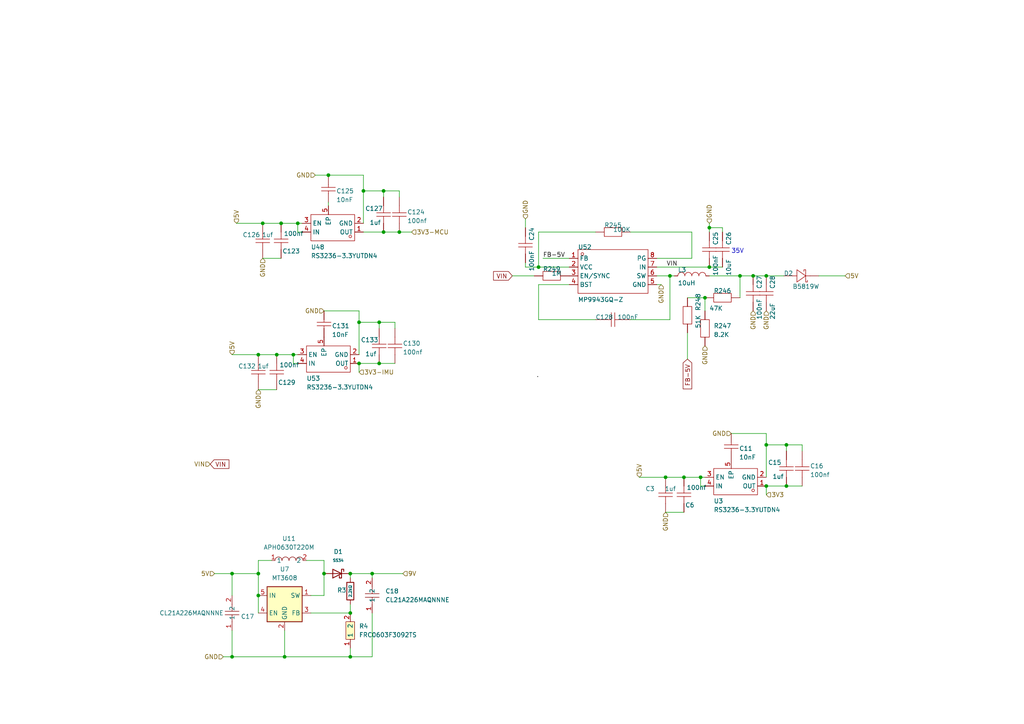
<source format=kicad_sch>
(kicad_sch (version 20250114) (generator "eeschema") (generator_version "9.0")
  (paper "A4")
  (lib_symbols
    (symbol "3_P3-altium-import:root_0_FTC303020D100MBCA_" (pin_numbers (hide yes)) (pin_names (hide yes))
      (symbol "root_0_FTC303020D100MBCA__1_0"
        (arc (start -4.064 0.0051) (mid -3.0429 1.016) (end -2.032 -0.0051) (stroke (width 0) (color 160 0 0 1)))
        (arc (start -2.032 0.0051) (mid -1.0109 1.016) (end 0 -0.0051) (stroke (width 0) (color 160 0 0 1)))
        (arc (start 0 0.0051) (mid 1.0211 1.016) (end 2.032 -0.0051) (stroke (width 0) (color 160 0 0 1)))
        (arc (start 2.032 0.0051) (mid 3.0531 1.016) (end 4.064 -0.0051) (stroke (width 0) (color 160 0 0 1)))
        (pin passive line (at -5.08 0 0) (length 1.016) (name "1") (number "1"))
        (pin passive line (at 5.08 0 180) (length 1.016) (name "2") (number "2"))
      )
    )
    (symbol "3_P3-altium-import:root_0_MP9943GQ-Z_"
      (symbol "root_0_MP9943GQ-Z__1_0"
        (rectangle (start -10.16 6.35) (end 10.16 -6.35) (stroke (width 0) (color 160 0 0 1)))
        (circle (center -8.89 5.08) (radius 0.381) (stroke (width 0) (color 160 0 0 1)))
        (pin passive line (at -12.7 3.81 0) (length 2.54) (name "FB") (number "1"))
        (pin passive line (at -12.7 1.27 0) (length 2.54) (name "VCC") (number "2"))
        (pin passive line (at -12.7 -1.27 0) (length 2.54) (name "EN/SYNC") (number "3"))
        (pin passive line (at -12.7 -3.81 0) (length 2.54) (name "BST") (number "4"))
        (pin passive line (at 12.7 3.81 180) (length 2.54) (name "PG") (number "8"))
        (pin passive line (at 12.7 1.27 180) (length 2.54) (name "IN") (number "7"))
        (pin passive line (at 12.7 -1.27 180) (length 2.54) (name "SW") (number "6"))
        (pin passive line (at 12.7 -3.81 180) (length 2.54) (name "GND") (number "5"))
      )
    )
    (symbol "3_P3-altium-import:root_0_R0402_" (pin_numbers (hide yes)) (pin_names (hide yes))
      (symbol "root_0_R0402__1_0"
        (rectangle (start -2.54 1.27) (end 2.54 -1.27) (stroke (width 0) (color 160 0 0 1)))
        (pin passive line (at -5.08 0 0) (length 2.54) (name "1") (number "1"))
        (pin passive line (at 5.08 0 180) (length 2.54) (name "2") (number "2"))
      )
    )
    (symbol "3_P3-altium-import:root_1_100nf_" (pin_numbers (hide yes)) (pin_names (hide yes))
      (symbol "root_1_100nf__1_0"
        (polyline (pts (xy -2.032 0.508) (xy 2.032 0.508)) (stroke (width 0) (color 160 0 0 1)))
        (polyline (pts (xy 0 2.54) (xy 0 0.508)) (stroke (width 0) (color 160 0 0 1)))
        (polyline (pts (xy 0 -0.508) (xy 0 -2.54)) (stroke (width 0) (color 160 0 0 1)))
        (polyline (pts (xy 2.032 -0.508) (xy -2.032 -0.508)) (stroke (width 0) (color 160 0 0 1)))
        (pin passive line (at 0 5.08 270) (length 2.54) (name "2") (number "2"))
        (pin passive line (at 0 -5.08 90) (length 2.54) (name "1") (number "1"))
      )
    )
    (symbol "3_P3-altium-import:root_1_1uf_" (pin_numbers (hide yes)) (pin_names (hide yes))
      (symbol "root_1_1uf__1_0"
        (polyline (pts (xy -2.032 0.508) (xy 2.032 0.508)) (stroke (width 0) (color 160 0 0 1)))
        (polyline (pts (xy 0 2.54) (xy 0 0.508)) (stroke (width 0) (color 160 0 0 1)))
        (polyline (pts (xy 0 -0.508) (xy 0 -2.54)) (stroke (width 0) (color 160 0 0 1)))
        (polyline (pts (xy 2.032 -0.508) (xy -2.032 -0.508)) (stroke (width 0) (color 160 0 0 1)))
        (pin passive line (at 0 5.08 270) (length 2.54) (name "2") (number "2"))
        (pin passive line (at 0 -5.08 90) (length 2.54) (name "1") (number "1"))
      )
    )
    (symbol "3_P3-altium-import:root_1_C0402_1_" (pin_numbers (hide yes)) (pin_names (hide yes))
      (symbol "root_1_C0402_1__1_0"
        (polyline (pts (xy -2.032 0.508) (xy 2.032 0.508)) (stroke (width 0) (color 160 0 0 1)))
        (polyline (pts (xy 0 2.54) (xy 0 0.508)) (stroke (width 0) (color 160 0 0 1)))
        (polyline (pts (xy 0 -0.508) (xy 0 -2.54)) (stroke (width 0) (color 160 0 0 1)))
        (polyline (pts (xy 2.032 -0.508) (xy -2.032 -0.508)) (stroke (width 0) (color 160 0 0 1)))
        (pin passive line (at 0 5.08 270) (length 2.54) (name "2") (number "2"))
        (pin passive line (at 0 -5.08 90) (length 2.54) (name "1") (number "1"))
      )
    )
    (symbol "3_P3-altium-import:root_1_R0402_" (pin_numbers (hide yes)) (pin_names (hide yes))
      (symbol "root_1_R0402__1_0"
        (rectangle (start -1.27 2.54) (end 1.27 -2.54) (stroke (width 0) (color 160 0 0 1)))
        (pin passive line (at 0 5.08 270) (length 2.54) (name "2") (number "2"))
        (pin passive line (at 0 -5.08 90) (length 2.54) (name "1") (number "1"))
      )
    )
    (symbol "3_P3-altium-import:root_2_1N5819W_C963381_" (pin_numbers (hide yes)) (pin_names (hide yes))
      (symbol "root_2_1N5819W_C963381__1_0"
        (polyline (pts (xy -2.54 0) (xy -1.27 0)) (stroke (width 0) (color 160 0 0 1)))
        (polyline (pts (xy -1.27 -1.778) (xy 1.27 0) (xy 1.27 0) (xy 1.27 0) (xy 1.27 0) (xy -1.27 1.778) (xy -1.27 1.778) (xy -1.27 1.778) (xy -1.27 1.778) (xy -1.27 -1.778)) (stroke (width 0) (color 160 0 0 1)))
        (polyline (pts (xy 1.27 0) (xy 2.54 0)) (stroke (width 0) (color 160 0 0 1)))
        (polyline (pts (xy 1.778 -1.27) (xy 1.778 -1.778) (xy 1.778 -1.778) (xy 1.778 -1.778) (xy 1.778 -1.778) (xy 1.27 -1.778) (xy 1.27 -1.778) (xy 1.27 -1.778) (xy 1.27 -1.778) (xy 1.27 1.778) (xy 1.27 1.778) (xy 1.27 1.778) (xy 1.27 1.778) (xy 0.762 1.778) (xy 0.762 1.778) (xy 0.762 1.778) (xy 0.762 1.778) (xy 0.762 1.27)) (stroke (width 0) (color 160 0 0 1)))
        (pin passive line (at -5.08 0 0) (length 2.54) (name "A") (number "1"))
        (pin passive line (at 5.08 0 180) (length 2.54) (name "C") (number "2"))
      )
    )
    (symbol "3_P3-altium-import:root_2_C0402_1_" (pin_numbers (hide yes)) (pin_names (hide yes))
      (symbol "root_2_C0402_1__1_0"
        (polyline (pts (xy -2.54 0) (xy -0.508 0)) (stroke (width 0) (color 160 0 0 1)))
        (polyline (pts (xy -0.508 -2.032) (xy -0.508 2.032)) (stroke (width 0) (color 160 0 0 1)))
        (polyline (pts (xy 0.508 2.032) (xy 0.508 -2.032)) (stroke (width 0) (color 160 0 0 1)))
        (polyline (pts (xy 0.508 0) (xy 2.54 0)) (stroke (width 0) (color 160 0 0 1)))
        (pin passive line (at -5.08 0 0) (length 2.54) (name "2") (number "2"))
        (pin passive line (at 5.08 0 180) (length 2.54) (name "1") (number "1"))
      )
    )
    (symbol "3_P3-altium-import:root_2_R0402_" (pin_numbers (hide yes)) (pin_names (hide yes))
      (symbol "root_2_R0402__1_0"
        (rectangle (start -2.54 1.27) (end 2.54 -1.27) (stroke (width 0) (color 160 0 0 1)))
        (pin passive line (at -5.08 0 0) (length 2.54) (name "2") (number "2"))
        (pin passive line (at 5.08 0 180) (length 2.54) (name "1") (number "1"))
      )
    )
    (symbol "3_P3-altium-import:root_2_RS3236-3.3YUTDN4_"
      (symbol "root_2_RS3236-3.3YUTDN4__1_0"
        (rectangle (start -5.08 2.54) (end 7.62 -5.08) (stroke (width 0) (color 160 0 0 1)))
        (circle (center 6.35 -3.81) (radius 0.381) (stroke (width 0) (color 160 0 0 1)))
        (pin passive line (at -7.62 0 0) (length 2.54) (name "EN") (number "3"))
        (pin passive line (at -7.62 -2.54 0) (length 2.54) (name "IN") (number "4"))
        (pin passive line (at 0 5.08 270) (length 2.54) (name "EP") (number "5"))
        (pin passive line (at 10.16 0 180) (length 2.54) (name "GND") (number "2"))
        (pin passive line (at 10.16 -2.54 180) (length 2.54) (name "OUT") (number "1"))
      )
    )
    (symbol "3_P3-altium-import:root_3_1uf_" (pin_numbers (hide yes)) (pin_names (hide yes))
      (symbol "root_3_1uf__1_0"
        (polyline (pts (xy -2.032 0.508) (xy 2.032 0.508)) (stroke (width 0) (color 160 0 0 1)))
        (polyline (pts (xy 0 0.508) (xy 0 2.54)) (stroke (width 0) (color 160 0 0 1)))
        (polyline (pts (xy 0 -2.54) (xy 0 -0.508)) (stroke (width 0) (color 160 0 0 1)))
        (polyline (pts (xy 2.032 -0.508) (xy -2.032 -0.508)) (stroke (width 0) (color 160 0 0 1)))
        (pin passive line (at 0 5.08 270) (length 2.54) (name "1") (number "1"))
        (pin passive line (at 0 -5.08 90) (length 2.54) (name "2") (number "2"))
      )
    )
    (symbol "3_P3-altium-import:root_3_GRM033R71A103KA01D_" (pin_numbers (hide yes)) (pin_names (hide yes))
      (symbol "root_3_GRM033R71A103KA01D__1_0"
        (polyline (pts (xy 0 1.27) (xy 0 0.508)) (stroke (width 0) (color 160 0 0 1)))
        (polyline (pts (xy 0 -0.508) (xy 0 -1.27)) (stroke (width 0) (color 160 0 0 1)))
        (polyline (pts (xy 2.032 0.508) (xy -2.032 0.508)) (stroke (width 0) (color 160 0 0 1)))
        (polyline (pts (xy 2.032 -0.508) (xy -2.032 -0.508)) (stroke (width 0) (color 160 0 0 1)))
        (pin passive line (at 0 3.81 270) (length 2.54) (name "1") (number "1"))
        (pin passive line (at 0 -3.81 90) (length 2.54) (name "2") (number "2"))
      )
    )
    (symbol "PCM_JLCPCB-Diodes:Schottky,SS34" (pin_numbers (hide yes)) (pin_names (offset 0))
      (property "Reference" "D" (at 2.032 0.834 0))
      (property "Value" "SS34" (at 2.032 -1.2122 0))
      (symbol "Schottky,SS34_0_1"
        (polyline (pts (xy -1.27 1.27) (xy 0 -1.27) (xy 1.27 1.27) (xy -1.27 1.27)) (stroke (width 0.254)))
        (polyline (pts (xy 0.635 -1.905) (xy 1.27 -1.905) (xy 1.27 -1.27) (xy -1.27 -1.27) (xy -1.27 -0.635) (xy -0.635 -0.635)) (stroke (width 0.254)))
      )
      (symbol "Schottky,SS34_1_1"
        (pin passive line (at 0 3.81 270) (length 3.81) (name "~") (number "2"))
        (pin passive line (at 0 -3.81 90) (length 3.81) (name "~") (number "1"))
      )
    )
    (symbol "PCM_JLCPCB-Resistors:0402,2.2kΩ" (pin_numbers (hide yes)) (pin_names (offset 0))
      (property "Reference" "R" (at 1.778 0 0))
      (property "Value" "2.2kΩ" (at 0 0 90))
      (symbol "0402,2.2kΩ_0_1"
        (rectangle (start -1.016 2.54) (end 1.016 -2.54) (stroke (width 0.254)))
      )
      (symbol "0402,2.2kΩ_1_1"
        (pin passive line (at 0 3.81 270) (length 1.27) (name "~") (number "1"))
        (pin passive line (at 0 -3.81 90) (length 1.27) (name "~") (number "2"))
      )
    )
    (symbol "Regulator_Switching:MT3608"
      (property "Reference" "U" (at -2.54 8.89 0))
      (property "Value" "MT3608" (at -3.81 6.35 0))
      (symbol "MT3608_0_1"
        (rectangle (start -5.08 5.08) (end 5.08 -5.08) (stroke (width 0.254)) (fill (type background)))
      )
      (symbol "MT3608_1_1"
        (pin power_in line (at -7.62 2.54 0) (length 2.54) (name "IN") (number "5"))
        (pin input line (at -7.62 -2.54 0) (length 2.54) (name "EN") (number "4"))
        (pin power_in line (at 0 -7.62 90) (length 2.54) (name "GND") (number "2"))
        (pin no_connect line (at 5.08 0 180) (length 2.54) (hide yes) (name "NC") (number "6"))
        (pin passive line (at 7.62 2.54 180) (length 2.54) (name "SW") (number "1"))
        (pin input line (at 7.62 -2.54 180) (length 2.54) (name "FB") (number "3"))
      )
    )
    (symbol "lcsc:APH0630T220M"
      (property "Reference" "U" (at 0 5.08 0))
      (property "Value" "APH0630T220M" (at 0 -5.08 0))
      (symbol "APH0630T220M_0_1"
        (arc (start -4.06 -0.01) (mid -2.83 0.99) (end -2.03 0.01))
        (arc (start -2.03 -0.01) (mid -0.8 0.99) (end 0 0.01))
        (arc (start 0 -0.01) (mid 1.23 0.99) (end 2.03 0.01))
        (arc (start 2.03 -0.01) (mid 3.26 0.99) (end 4.06 0.01))
        (pin unspecified line (at -5.08 0 0) (length 1.016) (name "1") (number "1"))
        (pin unspecified line (at 5.08 0 180) (length 1.016) (name "2") (number "2"))
      )
    )
    (symbol "lcsc:CL21A226MAQNNNE"
      (property "Reference" "C" (at 0 5.08 0))
      (property "Value" "CL21A226MAQNNNE" (at 0 -5.08 0))
      (symbol "CL21A226MAQNNNE_0_1"
        (polyline (pts (xy -0.51 0) (xy -2.54 0)))
        (polyline (pts (xy -0.51 -2.03) (xy -0.51 2.03)))
        (polyline (pts (xy 0.51 2.03) (xy 0.51 -2.03)))
        (polyline (pts (xy 2.54 0) (xy 0.51 0)))
        (pin unspecified line (at -5.08 0 0) (length 2.54) (name "1") (number "1"))
        (pin unspecified line (at 5.08 0 180) (length 2.54) (name "2") (number "2"))
      )
    )
    (symbol "lcsc:FRC0603F3092TS"
      (property "Reference" "R" (at 0 5.08 0))
      (property "Value" "FRC0603F3092TS" (at 0 -5.08 0))
      (symbol "FRC0603F3092TS_0_1"
        (rectangle (start -2.54 1.27) (end 2.54 -1.27) (fill (type background)))
        (pin unspecified line (at -5.08 0 0) (length 2.54) (name "1") (number "1"))
        (pin unspecified line (at 5.08 0 180) (length 2.54) (name "2") (number "2"))
      )
    )
  )
  (text "35V" (at 212.09 73.66 0) (effects (font (size 1.27 1.27)) (justify left bottom)))
  (junction (at 194.31 80.01))
  (junction (at 101.6 177.8))
  (junction (at 76.2 64.77))
  (junction (at 228.092 140.97))
  (junction (at 222.25 129.032))
  (junction (at 80.264 102.87))
  (junction (at 81.534 64.77))
  (junction (at 204.47 86.36))
  (junction (at 222.25 140.97))
  (junction (at 104.14 93.472))
  (junction (at 111.252 55.372))
  (junction (at 67.31 166.37))
  (junction (at 111.252 67.31))
  (junction (at 228.092 129.032))
  (junction (at 82.55 190.5))
  (junction (at 67.31 190.5))
  (junction (at 205.74 77.47))
  (junction (at 107.95 166.37))
  (junction (at 95.25 50.8))
  (junction (at 109.982 105.41))
  (junction (at 193.04 138.43))
  (junction (at 205.74 66.04))
  (junction (at 198.374 138.43))
  (junction (at 86.36 64.77))
  (junction (at 222.25 80.01))
  (junction (at 93.98 166.37))
  (junction (at 74.93 102.87))
  (junction (at 109.982 93.472))
  (junction (at 101.6 166.37))
  (junction (at 156.21 77.47))
  (junction (at 218.44 80.01))
  (junction (at 105.41 55.372))
  (junction (at 104.14 105.41))
  (junction (at 214.63 80.01))
  (junction (at 115.824 67.31))
  (junction (at 74.93 172.72))
  (junction (at 74.93 166.37))
  (junction (at 85.09 102.87))
  (junction (at 203.2 138.43))
  (junction (at 101.6 190.5))
  (wire (pts (xy 190.5 74.93) (xy 200.66 74.93)))
  (wire (pts (xy 204.47 86.36) (xy 204.47 90.17)))
  (wire (pts (xy 193.04 148.59) (xy 198.374 148.59)))
  (wire (pts (xy 204.47 86.36) (xy 199.39 86.36)))
  (wire (pts (xy 90.17 172.72) (xy 93.98 172.72)))
  (wire (pts (xy 107.95 167.64) (xy 107.95 166.37)))
  (wire (pts (xy 74.93 172.72) (xy 74.93 166.37)))
  (wire (pts (xy 104.14 107.95) (xy 104.14 105.41)))
  (wire (pts (xy 87.63 67.31) (xy 86.36 67.31)))
  (wire (pts (xy 152.4 76.2) (xy 152.4 77.47)))
  (wire (pts (xy 80.264 102.87) (xy 85.09 102.87)))
  (wire (pts (xy 109.982 93.472) (xy 104.14 93.472)))
  (wire (pts (xy 111.252 55.372) (xy 105.41 55.372)))
  (wire (pts (xy 76.2 64.77) (xy 81.534 64.77)))
  (wire (pts (xy 115.824 55.372) (xy 115.824 57.15)))
  (wire (pts (xy 152.4 66.04) (xy 152.4 63.5)))
  (wire (pts (xy 204.47 138.43) (xy 203.2 138.43)))
  (wire (pts (xy 198.374 138.43) (xy 203.2 138.43)))
  (wire (pts (xy 232.664 129.032) (xy 232.664 130.81)))
  (polyline (pts (xy 155.956 109.22) (xy 155.956 109.22)) (stroke (width 0.254) (type solid) (color 0 0 0 1)))
  (wire (pts (xy 104.14 93.472) (xy 104.14 90.17)))
  (wire (pts (xy 194.31 80.01) (xy 195.58 80.01)))
  (wire (pts (xy 157.48 74.93) (xy 165.1 74.93)))
  (wire (pts (xy 86.36 105.41) (xy 85.09 105.41)))
  (wire (pts (xy 95.25 58.674) (xy 95.25 59.69)))
  (wire (pts (xy 194.31 80.01) (xy 194.31 92.71)))
  (wire (pts (xy 74.93 102.87) (xy 67.31 102.87)))
  (wire (pts (xy 62.23 166.37) (xy 67.31 166.37)))
  (wire (pts (xy 67.31 172.72) (xy 67.31 166.37)))
  (wire (pts (xy 222.25 140.97) (xy 228.092 140.97)))
  (wire (pts (xy 86.36 102.87) (xy 85.09 102.87)))
  (wire (pts (xy 95.25 50.8) (xy 105.41 50.8)))
  (wire (pts (xy 95.25 50.8) (xy 95.25 51.054)))
  (wire (pts (xy 67.31 190.5) (xy 82.55 190.5)))
  (wire (pts (xy 105.41 50.8) (xy 105.41 55.372)))
  (wire (pts (xy 156.21 82.55) (xy 156.21 92.71)))
  (wire (pts (xy 85.09 105.41) (xy 85.09 102.87)))
  (wire (pts (xy 81.534 64.77) (xy 86.36 64.77)))
  (wire (pts (xy 214.63 80.01) (xy 214.63 86.36)))
  (wire (pts (xy 209.55 77.47) (xy 205.74 77.47)))
  (wire (pts (xy 107.95 166.37) (xy 116.84 166.37)))
  (wire (pts (xy 109.982 95.25) (xy 109.982 93.472)))
  (wire (pts (xy 67.31 182.88) (xy 67.31 190.5)))
  (wire (pts (xy 156.21 67.31) (xy 172.72 67.31)))
  (wire (pts (xy 218.44 80.01) (xy 222.25 80.01)))
  (wire (pts (xy 101.6 167.64) (xy 101.6 166.37)))
  (wire (pts (xy 114.554 93.472) (xy 109.982 93.472)))
  (wire (pts (xy 214.63 80.01) (xy 218.44 80.01)))
  (wire (pts (xy 114.554 93.472) (xy 114.554 95.25)))
  (wire (pts (xy 115.824 55.372) (xy 111.252 55.372)))
  (wire (pts (xy 87.63 64.77) (xy 86.36 64.77)))
  (wire (pts (xy 86.36 67.31) (xy 86.36 64.77)))
  (wire (pts (xy 115.824 67.31) (xy 119.38 67.31)))
  (wire (pts (xy 74.93 166.37) (xy 67.31 166.37)))
  (wire (pts (xy 74.93 172.72) (xy 74.93 177.8)))
  (wire (pts (xy 88.9 162.56) (xy 93.98 162.56)))
  (wire (pts (xy 232.664 129.032) (xy 228.092 129.032)))
  (wire (pts (xy 222.25 129.032) (xy 222.25 138.43)))
  (wire (pts (xy 111.252 67.31) (xy 115.824 67.31)))
  (wire (pts (xy 104.14 93.472) (xy 104.14 102.87)))
  (wire (pts (xy 74.93 162.56) (xy 78.74 162.56)))
  (wire (pts (xy 90.17 177.8) (xy 101.6 177.8)))
  (wire (pts (xy 222.25 143.51) (xy 222.25 140.97)))
  (wire (pts (xy 209.55 66.04) (xy 205.74 66.04)))
  (wire (pts (xy 152.4 77.47) (xy 156.21 77.47)))
  (wire (pts (xy 104.14 90.17) (xy 93.98 90.17)))
  (wire (pts (xy 205.74 66.04) (xy 205.74 67.31)))
  (wire (pts (xy 76.2 64.77) (xy 68.58 64.77)))
  (wire (pts (xy 76.2 74.93) (xy 81.534 74.93)))
  (wire (pts (xy 199.39 96.52) (xy 199.39 104.14)))
  (wire (pts (xy 222.25 80.01) (xy 227.33 80.01)))
  (wire (pts (xy 74.93 102.87) (xy 80.264 102.87)))
  (wire (pts (xy 156.21 77.47) (xy 165.1 77.47)))
  (wire (pts (xy 237.49 80.01) (xy 245.11 80.01)))
  (wire (pts (xy 205.74 64.77) (xy 205.74 66.04)))
  (wire (pts (xy 222.25 125.73) (xy 212.09 125.73)))
  (wire (pts (xy 154.94 80.01) (xy 148.59 80.01)))
  (wire (pts (xy 74.93 113.03) (xy 80.264 113.03)))
  (wire (pts (xy 101.6 175.26) (xy 101.6 177.8)))
  (wire (pts (xy 105.41 55.372) (xy 105.41 64.77)))
  (wire (pts (xy 101.6 187.96) (xy 101.6 190.5)))
  (wire (pts (xy 222.25 129.032) (xy 222.25 125.73)))
  (wire (pts (xy 193.04 138.43) (xy 198.374 138.43)))
  (wire (pts (xy 190.5 82.55) (xy 191.77 82.55)))
  (wire (pts (xy 203.2 140.97) (xy 203.2 138.43)))
  (wire (pts (xy 228.092 130.81) (xy 228.092 129.032)))
  (wire (pts (xy 93.98 172.72) (xy 93.98 166.37)))
  (wire (pts (xy 194.31 92.71) (xy 182.88 92.71)))
  (wire (pts (xy 156.21 67.31) (xy 156.21 77.47)))
  (wire (pts (xy 82.55 182.88) (xy 82.55 190.5)))
  (wire (pts (xy 105.41 67.31) (xy 111.252 67.31)))
  (wire (pts (xy 101.6 190.5) (xy 82.55 190.5)))
  (wire (pts (xy 111.252 57.15) (xy 111.252 55.372)))
  (wire (pts (xy 93.98 162.56) (xy 93.98 166.37)))
  (wire (pts (xy 165.1 82.55) (xy 156.21 82.55)))
  (wire (pts (xy 101.6 166.37) (xy 107.95 166.37)))
  (wire (pts (xy 194.31 80.01) (xy 190.5 80.01)))
  (wire (pts (xy 205.74 80.01) (xy 214.63 80.01)))
  (wire (pts (xy 104.14 105.41) (xy 109.982 105.41)))
  (wire (pts (xy 64.77 190.5) (xy 67.31 190.5)))
  (wire (pts (xy 172.72 92.71) (xy 156.21 92.71)))
  (wire (pts (xy 228.092 129.032) (xy 222.25 129.032)))
  (wire (pts (xy 209.55 67.31) (xy 209.55 66.04)))
  (wire (pts (xy 204.47 140.97) (xy 203.2 140.97)))
  (wire (pts (xy 107.95 177.8) (xy 107.95 190.5)))
  (wire (pts (xy 91.44 50.8) (xy 95.25 50.8)))
  (wire (pts (xy 107.95 190.5) (xy 101.6 190.5)))
  (wire (pts (xy 109.982 105.41) (xy 114.554 105.41)))
  (wire (pts (xy 228.092 140.97) (xy 232.664 140.97)))
  (wire (pts (xy 205.74 77.47) (xy 190.5 77.47)))
  (wire (pts (xy 193.04 138.43) (xy 185.42 138.43)))
  (wire (pts (xy 200.66 74.93) (xy 200.66 67.31)))
  (wire (pts (xy 200.66 67.31) (xy 182.88 67.31)))
  (wire (pts (xy 74.93 166.37) (xy 74.93 162.56)))
  (label "FB-5V" (at 157.48 74.93 0))
  (label "VIN" (at 193.294 77.47 0))
  (global_label "VIN" (shape input) (at 148.59 80.01 180) (property "Intersheetrefs" "${INTERSHEET_REFS}" (effects (hide yes))))
  (global_label "FB-5V" (shape input) (at 199.39 104.14 270) (property "Intersheetrefs" "${INTERSHEET_REFS}" (effects (hide yes))))
  (global_label "VIN" (shape input) (at 60.96 134.62 0) (property "Intersheetrefs" "${INTERSHEET_REFS}" (effects (hide yes))))
  (hierarchical_label "GND" (shape input) (at 212.09 125.73 180))
  (hierarchical_label "5V" (shape input) (at 67.31 102.87 90))
  (hierarchical_label "GND" (shape input) (at 93.98 90.17 180))
  (hierarchical_label "GND" (shape input) (at 204.47 100.33 270))
  (hierarchical_label "5V" (shape input) (at 245.11 80.01 0))
  (hierarchical_label "GND" (shape input) (at 64.77 190.5 180))
  (hierarchical_label "3V3-MCU" (shape input) (at 119.38 67.31 0))
  (hierarchical_label "GND" (shape input) (at 76.2 74.93 270))
  (hierarchical_label "5V" (shape input) (at 62.23 166.37 180))
  (hierarchical_label "VIN" (shape input) (at 60.96 134.62 180))
  (hierarchical_label "9V" (shape input) (at 116.84 166.37 0))
  (hierarchical_label "GND" (shape input) (at 193.04 148.59 270))
  (hierarchical_label "GND" (shape input) (at 191.77 82.55 270))
  (hierarchical_label "3V3" (shape input) (at 222.25 143.51 0))
  (hierarchical_label "3V3-IMU" (shape input) (at 104.14 107.95 0))
  (hierarchical_label "GND" (shape input) (at 222.25 90.17 270))
  (hierarchical_label "5V" (shape input) (at 185.42 138.43 90))
  (hierarchical_label "GND" (shape input) (at 74.93 113.03 270))
  (hierarchical_label "GND" (shape input) (at 91.44 50.8 180))
  (hierarchical_label "5V" (shape input) (at 68.58 64.77 90))
  (hierarchical_label "GND" (shape input) (at 152.4 63.5 90))
  (hierarchical_label "GND" (shape input) (at 218.44 90.17 270))
  (hierarchical_label "GND" (shape input) (at 205.74 64.77 90))
  (symbol (lib_id "lcsc:CL21A226MAQNNNE") (at 67.31 177.8 90) (unit 1)
    (property "Reference" "C17" (at 69.85 178.816 90) (effects (justify right)))
    (property "Value" "CL21A226MAQNNNE" (at 46.228 177.8 90) (effects (justify right)))
    (property "Footprint" "lcsc:C0805" (effects (hide yes)))
    (property "Datasheet" "https://lcsc.com/product-detail/Multilayer-Ceramic-Capacitors-MLCC-SMD-SMT_SAMSUNG_CL21A226MAQNNNE_22uF-226-20-25V_C45783.html" (effects (hide yes)))
    (property "LCSC Part" "C45783" (effects (hide yes)))
  )
  (symbol (lib_id "3_P3-altium-import:root_1_R0402_") (at 199.39 91.44 0) (unit 1)
    (property "Reference" "R248" (at 203.2 90.17 90) (effects (justify left bottom)))
    (property "Value" "51K" (at 203.2 95.25 90) (effects (justify left bottom)))
    (property "Footprint" "lcsc:R0201" (effects (hide yes)))
    (property "SYMBOL" "0402" (effects (hide yes)))
    (property "DEVICE" "R0402" (effects (hide yes)))
    (property "ADD INTO BOM" "yes" (effects (hide yes)))
    (property "CONVERT TO PCB" "yes" (effects (hide yes)))
    (property "SUPPLIER FOOTPRINT" "0402" (effects (hide yes)))
    (property "ALTIUM_VALUE" "51K" (effects (hide yes)))
  )
  (symbol (lib_id "3_P3-altium-import:root_1_C0402_1_") (at 222.25 85.09 0) (unit 1)
    (property "Reference" "C28" (at 224.79 83.82 90) (effects (justify left bottom)))
    (property "Value" "22uF" (at 224.79 92.71 90) (effects (justify left bottom)))
    (property "Footprint" "lcsc:C0603" (effects (hide yes)))
    (property "SYMBOL" "CapAcitance" (effects (hide yes)))
    (property "DEVICE" "C0402_1" (effects (hide yes)))
    (property "ADD INTO BOM" "yes" (effects (hide yes)))
    (property "CONVERT TO PCB" "yes" (effects (hide yes)))
    (property "ALTIUM_VALUE" "22uF" (effects (hide yes)))
    (property "SUPPLIER FOOTPRINT" "0402" (effects (hide yes)))
  )
  (symbol (lib_id "3_P3-altium-import:root_1_C0402_1_") (at 205.74 72.39 0) (unit 1)
    (property "Reference" "C25" (at 208.28 71.12 90) (effects (justify left bottom)))
    (property "Value" "100nF" (at 208.28 80.01 90) (effects (justify left bottom)))
    (property "Footprint" "lcsc:C0201" (effects (hide yes)))
    (property "SYMBOL" "CapAcitance" (effects (hide yes)))
    (property "DEVICE" "C0402_1" (effects (hide yes)))
    (property "ADD INTO BOM" "yes" (effects (hide yes)))
    (property "CONVERT TO PCB" "yes" (effects (hide yes)))
    (property "ALTIUM_VALUE" "100nF" (effects (hide yes)))
    (property "SUPPLIER FOOTPRINT" "0402" (effects (hide yes)))
  )
  (symbol (lib_id "3_P3-altium-import:root_3_GRM033R71A103KA01D_") (at 212.09 129.54 0) (unit 1)
    (property "Reference" "C11" (at 214.376 130.81 0) (effects (justify left bottom)))
    (property "Value" "10nF" (at 214.376 133.35 0) (effects (justify left bottom)))
    (property "Footprint" "lcsc:C0201" (effects (hide yes)))
    (property "SYMBOL" "GRM033R71A103KA01D" (effects (hide yes)))
    (property "DEVICE" "GRM033R71A103KA01D" (effects (hide yes)))
    (property "LCSC PART NAME" "10nF ±10% 10V" (effects (hide yes)))
    (property "SUPPLIER PART" "C76941" (effects (hide yes)))
    (property "MANUFACTURER" "muRata(村田)" (effects (hide yes)))
    (property "MANUFACTURER PART" "GRM033R71A103KA01D" (effects (hide yes)))
    (property "SUPPLIER FOOTPRINT" "0201" (effects (hide yes)))
    (property "JLCPCB PART CLASS" "扩展库" (effects (hide yes)))
    (property "DATASHEET" "https://atta.szlcsc.com/upload/public/pdf/source/20180307/C76941_15204091038901407729.pdf" (effects (hide yes)))
    (property "SUPPLIER" "LCSC" (effects (hide yes)))
    (property "ADD INTO BOM" "yes" (effects (hide yes)))
    (property "CONVERT TO PCB" "yes" (effects (hide yes)))
    (property "ALTIUM_VALUE" "10nF" (effects (hide yes)))
    (property "TOLERANCE" "±10%" (effects (hide yes)))
    (property "VOLTAGE RATED" "10V" (effects (hide yes)))
    (property "TEMPERATURE COEFFICIENT" "X7R" (effects (hide yes)))
  )
  (symbol (lib_id "PCM_JLCPCB-Diodes:Schottky,SS34") (at 97.79 166.37 90) (unit 1)
    (property "Reference" "D1" (at 98.1075 160.02 90))
    (property "Value" "SS34" (at 98.1075 162.56 90) (effects (font (size 0.8 0.8))))
    (property "Footprint" "PCM_JLCPCB:D_SMA" (effects (hide yes)))
    (property "Datasheet" "https://www.lcsc.com/datasheet/lcsc_datasheet_2407101107_MDD-Microdiode-Semiconductor-SS34_C8678.pdf" (effects (hide yes)))
    (property "Description" "40V Independent Type 3A 550mV@3A SMA(DO-214AC) Schottky Diodes ROHS" (effects (hide yes)))
    (property "LCSC" "C8678" (effects (hide yes)))
    (property "Stock" "1971586" (effects (hide yes)))
    (property "Price" "0.030USD" (effects (hide yes)))
    (property "Process" "SMT" (effects (hide yes)))
    (property "Minimum Qty" "5" (effects (hide yes)))
    (property "Attrition Qty" "8" (effects (hide yes)))
    (property "Class" "Basic Component" (effects (hide yes)))
    (property "Category" "Diodes,Schottky Barrier Diodes (SBD)" (effects (hide yes)))
    (property "Manufacturer" "MDD（Microdiode Electronics）" (effects (hide yes)))
    (property "Part" "SS34" (effects (hide yes)))
    (property "Rectified Current" "3A" (effects (hide yes)))
    (property "Forward Voltage (Vf@If)" "550mV@3A" (effects (hide yes)))
    (property "Reverse Voltage (Vr)" "40V" (effects (hide yes)))
    (property "Diode Configuration" "Independent Type" (effects (hide yes)))
    (property "Reverse Leakage Current (Ir)" "500uA@40V" (effects (hide yes)))
  )
  (symbol (lib_id "3_P3-altium-import:root_2_RS3236-3.3YUTDN4_") (at 95.25 64.77 0) (unit 1)
    (property "Reference" "U48" (at 90.17 72.39 0) (effects (justify left bottom)))
    (property "Value" "RS3236-3.3YUTDN4" (at 90.17 74.93 0) (effects (justify left bottom)))
    (property "Footprint" "lcsc:XDFN-4_L1.0-W1.0-P0.65-BL-EP" (effects (hide yes)))
    (property "SYMBOL" "RS3236-3.3YUTDN4" (effects (hide yes)))
    (property "DEVICE" "RS3236-3.3YUTDN4" (effects (hide yes)))
    (property "LCSC PART NAME" "输入7.5V 输出3.3V 500mA" (effects (hide yes)))
    (property "SUPPLIER PART" "C379350" (effects (hide yes)))
    (property "MANUFACTURER" "RUNIC(润石)" (effects (hide yes)))
    (property "MANUFACTURER PART" "RS3236-3.3YUTDN4" (effects (hide yes)))
    (property "SUPPLIER FOOTPRINT" "XDFN-4-EP(1x1)" (effects (hide yes)))
    (property "JLCPCB PART CLASS" "扩展库" (effects (hide yes)))
    (property "DATASHEET" "https://atta.szlcsc.com/upload/public/pdf/source/20190312/C379350_C6E838C63CD1E04DE7C7AC39BE8996D9.pdf" (effects (hide yes)))
    (property "SUPPLIER" "LCSC" (effects (hide yes)))
    (property "ADD INTO BOM" "yes" (effects (hide yes)))
    (property "CONVERT TO PCB" "yes" (effects (hide yes)))
    (property "OUTPUT TYPE" "固定" (effects (hide yes)))
    (property "VOLTAGE - SUPPLY" "7.5V" (effects (hide yes)))
    (property "OUTPUT VOLTAGE" "3.3V" (effects (hide yes)))
    (property "OUTPUT CURRENT" "500mA" (effects (hide yes)))
    (property "POWER SUPPLY REJECTION RATIO (PSRR)" "70dB@(1kHz)" (effects (hide yes)))
    (property "VOLTAGE DROPOUT" "550mV@(300mA)" (effects (hide yes)))
    (property "FEATURES" "防静电保护；低ESR；热保护(TSD)；过流保护(OCP)；带使能" (effects (hide yes)))
    (property "OUTPUT CONFIGURATION" "正极" (effects (hide yes)))
    (property "NUMBER OF OUTPUTS" "1" (effects (hide yes)))
  )
  (symbol (lib_id "3_P3-altium-import:root_3_1uf_") (at 228.092 135.89 0) (unit 1)
    (property "Reference" "C15" (at 222.758 134.874 0) (effects (justify left bottom)))
    (property "Value" "1uf" (at 224.028 138.938 0) (effects (justify left bottom)))
    (property "Footprint" "lcsc:C0201" (effects (hide yes)))
    (property "SYMBOL" "1uf" (effects (hide yes)))
    (property "DEVICE" "1uf" (effects (hide yes)))
    (property "CONVERT TO PCB" "yes" (effects (hide yes)))
    (property "ADD INTO BOM" "yes" (effects (hide yes)))
    (property "ORIGIN FOOTPRINT" "0402-CAP" (effects (hide yes)))
    (property "NAMEALIAS" "Value(F)" (effects (hide yes)))
    (property "CONTRIBUTOR" "LCEDA_Lib" (effects (hide yes)))
    (property "SPICEPRE" "C" (effects (hide yes)))
    (property "SPICESYMBOLNAME" "C_0402_US" (effects (hide yes)))
  )
  (symbol (lib_id "3_P3-altium-import:root_2_RS3236-3.3YUTDN4_") (at 212.09 138.43 0) (unit 1)
    (property "Reference" "U3" (at 207.01 146.05 0) (effects (justify left bottom)))
    (property "Value" "RS3236-3.3YUTDN4" (at 207.01 148.59 0) (effects (justify left bottom)))
    (property "Footprint" "lcsc:XDFN-4_L1.0-W1.0-P0.65-BL-EP" (effects (hide yes)))
    (property "SYMBOL" "RS3236-3.3YUTDN4" (effects (hide yes)))
    (property "DEVICE" "RS3236-3.3YUTDN4" (effects (hide yes)))
    (property "LCSC PART NAME" "输入7.5V 输出3.3V 500mA" (effects (hide yes)))
    (property "SUPPLIER PART" "C379350" (effects (hide yes)))
    (property "MANUFACTURER" "RUNIC(润石)" (effects (hide yes)))
    (property "MANUFACTURER PART" "RS3236-3.3YUTDN4" (effects (hide yes)))
    (property "SUPPLIER FOOTPRINT" "XDFN-4-EP(1x1)" (effects (hide yes)))
    (property "JLCPCB PART CLASS" "扩展库" (effects (hide yes)))
    (property "DATASHEET" "https://atta.szlcsc.com/upload/public/pdf/source/20190312/C379350_C6E838C63CD1E04DE7C7AC39BE8996D9.pdf" (effects (hide yes)))
    (property "SUPPLIER" "LCSC" (effects (hide yes)))
    (property "ADD INTO BOM" "yes" (effects (hide yes)))
    (property "CONVERT TO PCB" "yes" (effects (hide yes)))
    (property "OUTPUT TYPE" "固定" (effects (hide yes)))
    (property "VOLTAGE - SUPPLY" "7.5V" (effects (hide yes)))
    (property "OUTPUT VOLTAGE" "3.3V" (effects (hide yes)))
    (property "OUTPUT CURRENT" "500mA" (effects (hide yes)))
    (property "POWER SUPPLY REJECTION RATIO (PSRR)" "70dB@(1kHz)" (effects (hide yes)))
    (property "VOLTAGE DROPOUT" "550mV@(300mA)" (effects (hide yes)))
    (property "FEATURES" "防静电保护；低ESR；热保护(TSD)；过流保护(OCP)；带使能" (effects (hide yes)))
    (property "OUTPUT CONFIGURATION" "正极" (effects (hide yes)))
    (property "NUMBER OF OUTPUTS" "1" (effects (hide yes)))
  )
  (symbol (lib_id "3_P3-altium-import:root_1_1uf_") (at 74.93 107.95 0) (unit 1)
    (property "Reference" "C132" (at 69.088 106.934 0) (effects (justify left bottom)))
    (property "Value" "1uf" (at 74.676 106.934 0) (effects (justify left bottom)))
    (property "Footprint" "lcsc:C0201" (effects (hide yes)))
    (property "SYMBOL" "1uf" (effects (hide yes)))
    (property "DEVICE" "1uf" (effects (hide yes)))
    (property "CONVERT TO PCB" "yes" (effects (hide yes)))
    (property "ADD INTO BOM" "yes" (effects (hide yes)))
    (property "ORIGIN FOOTPRINT" "0402-CAP" (effects (hide yes)))
    (property "NAMEALIAS" "Value(F)" (effects (hide yes)))
    (property "CONTRIBUTOR" "LCEDA_Lib" (effects (hide yes)))
    (property "SPICEPRE" "C" (effects (hide yes)))
    (property "SPICESYMBOLNAME" "C_0402_US" (effects (hide yes)))
  )
  (symbol (lib_id "3_P3-altium-import:root_1_1uf_") (at 76.2 69.85 0) (unit 1)
    (property "Reference" "C126" (at 70.358 68.834 0) (effects (justify left bottom)))
    (property "Value" "1uf" (at 75.946 68.834 0) (effects (justify left bottom)))
    (property "Footprint" "lcsc:C0201" (effects (hide yes)))
    (property "SYMBOL" "1uf" (effects (hide yes)))
    (property "DEVICE" "1uf" (effects (hide yes)))
    (property "CONVERT TO PCB" "yes" (effects (hide yes)))
    (property "ADD INTO BOM" "yes" (effects (hide yes)))
    (property "ORIGIN FOOTPRINT" "0402-CAP" (effects (hide yes)))
    (property "NAMEALIAS" "Value(F)" (effects (hide yes)))
    (property "CONTRIBUTOR" "LCEDA_Lib" (effects (hide yes)))
    (property "SPICEPRE" "C" (effects (hide yes)))
    (property "SPICESYMBOLNAME" "C_0402_US" (effects (hide yes)))
  )
  (symbol (lib_id "3_P3-altium-import:root_0_R0402_") (at 160.02 80.01 0) (unit 1)
    (property "Reference" "R249" (at 157.48 78.74 0) (effects (justify left bottom)))
    (property "Value" "1M" (at 160.02 80.01 0) (effects (justify left bottom)))
    (property "Footprint" "lcsc:R0201" (effects (hide yes)))
    (property "SYMBOL" "0402" (effects (hide yes)))
    (property "DEVICE" "R0402" (effects (hide yes)))
    (property "ADD INTO BOM" "yes" (effects (hide yes)))
    (property "CONVERT TO PCB" "yes" (effects (hide yes)))
    (property "SUPPLIER FOOTPRINT" "0402" (effects (hide yes)))
    (property "ALTIUM_VALUE" "1M" (effects (hide yes)))
  )
  (symbol (lib_id "Regulator_Switching:MT3608") (at 82.55 175.26 0) (unit 1)
    (property "Reference" "U7" (at 82.55 165.1 0))
    (property "Value" "MT3608" (at 82.55 167.64 0))
    (property "Footprint" "Package_TO_SOT_SMD:SOT-23-6" (effects (hide yes)))
    (property "Datasheet" "https://www.olimex.com/Products/Breadboarding/BB-PWR-3608/resources/MT3608.pdf" (effects (hide yes)))
    (property "Description" "High Efficiency 1.2MHz 2A Step Up Converter, 2-24V Vin, 28V Vout, 4A current limit, 1.2MHz, SOT23-6" (effects (hide yes)))
  )
  (symbol (lib_id "3_P3-altium-import:root_1_100nf_") (at 232.664 135.89 0) (unit 1)
    (property "Reference" "C16" (at 234.95 135.89 0) (effects (justify left bottom)))
    (property "Value" "100nf" (at 234.95 138.43 0) (effects (justify left bottom)))
    (property "Footprint" "lcsc:C0201" (effects (hide yes)))
    (property "SYMBOL" "100nf" (effects (hide yes)))
    (property "DEVICE" "100nf" (effects (hide yes)))
    (property "CONVERT TO PCB" "yes" (effects (hide yes)))
    (property "ADD INTO BOM" "yes" (effects (hide yes)))
    (property "ORIGIN FOOTPRINT" "0402-CAP" (effects (hide yes)))
    (property "NAMEALIAS" "Value(F)" (effects (hide yes)))
    (property "CONTRIBUTOR" "LCEDA_Lib" (effects (hide yes)))
    (property "SPICEPRE" "C" (effects (hide yes)))
    (property "SPICESYMBOLNAME" "C_0402_US" (effects (hide yes)))
  )
  (symbol (lib_id "3_P3-altium-import:root_1_100nf_") (at 81.534 69.85 0) (unit 1)
    (property "Reference" "C123" (at 81.9 73.564 0) (effects (justify left bottom)))
    (property "Value" "100nf" (at 82.306 68.484 0) (effects (justify left bottom)))
    (property "Footprint" "lcsc:C0201" (effects (hide yes)))
    (property "SYMBOL" "100nf" (effects (hide yes)))
    (property "DEVICE" "100nf" (effects (hide yes)))
    (property "CONVERT TO PCB" "yes" (effects (hide yes)))
    (property "ADD INTO BOM" "yes" (effects (hide yes)))
    (property "ORIGIN FOOTPRINT" "0402-CAP" (effects (hide yes)))
    (property "NAMEALIAS" "Value(F)" (effects (hide yes)))
    (property "CONTRIBUTOR" "LCEDA_Lib" (effects (hide yes)))
    (property "SPICEPRE" "C" (effects (hide yes)))
    (property "SPICESYMBOLNAME" "C_0402_US" (effects (hide yes)))
  )
  (symbol (lib_id "lcsc:FRC0603F3092TS") (at 101.6 182.88 90) (unit 1)
    (property "Reference" "R4" (at 104.14 181.6099 90) (effects (justify right)))
    (property "Value" "FRC0603F3092TS" (at 104.14 184.1499 90) (effects (justify right)))
    (property "Footprint" "lcsc:R0603" (effects (hide yes)))
    (property "LCSC Part" "C2930090" (effects (hide yes)))
  )
  (symbol (lib_id "3_P3-altium-import:root_3_1uf_") (at 109.982 100.33 0) (unit 1)
    (property "Reference" "C133" (at 104.648 99.314 0) (effects (justify left bottom)))
    (property "Value" "1uf" (at 105.918 103.378 0) (effects (justify left bottom)))
    (property "Footprint" "lcsc:C0201" (effects (hide yes)))
    (property "SYMBOL" "1uf" (effects (hide yes)))
    (property "DEVICE" "1uf" (effects (hide yes)))
    (property "CONVERT TO PCB" "yes" (effects (hide yes)))
    (property "ADD INTO BOM" "yes" (effects (hide yes)))
    (property "ORIGIN FOOTPRINT" "0402-CAP" (effects (hide yes)))
    (property "NAMEALIAS" "Value(F)" (effects (hide yes)))
    (property "CONTRIBUTOR" "LCEDA_Lib" (effects (hide yes)))
    (property "SPICEPRE" "C" (effects (hide yes)))
    (property "SPICESYMBOLNAME" "C_0402_US" (effects (hide yes)))
  )
  (symbol (lib_id "3_P3-altium-import:root_1_C0402_1_") (at 209.55 72.39 0) (unit 1)
    (property "Reference" "C26" (at 212.09 71.12 90) (effects (justify left bottom)))
    (property "Value" "10uF" (at 212.09 80.01 90) (effects (justify left bottom)))
    (property "Footprint" "lcsc:C0603" (effects (hide yes)))
    (property "SYMBOL" "CapAcitance" (effects (hide yes)))
    (property "DEVICE" "C0402_1" (effects (hide yes)))
    (property "ADD INTO BOM" "yes" (effects (hide yes)))
    (property "CONVERT TO PCB" "yes" (effects (hide yes)))
    (property "ALTIUM_VALUE" "10uF" (effects (hide yes)))
    (property "SUPPLIER FOOTPRINT" "0402" (effects (hide yes)))
  )
  (symbol (lib_id "3_P3-altium-import:root_0_MP9943GQ-Z_") (at 177.8 78.74 0) (unit 1)
    (property "Reference" "U52" (at 167.64 72.39 0) (effects (justify left bottom)))
    (property "Value" "MP9943GQ-Z" (at 167.64 87.63 0) (effects (justify left bottom)))
    (property "Footprint" "lcsc:QFN-8_L3.0-W3.0-P0.65-BL" (effects (hide yes)))
    (property "SYMBOL" "MP9943GQ-Z" (effects (hide yes)))
    (property "DEVICE" "MP9943GQ-Z" (effects (hide yes)))
    (property "LCSC PART NAME" "MP9943GQ-Z" (effects (hide yes)))
    (property "MANUFACTURER PART" "MP9943GQ-Z" (effects (hide yes)))
    (property "SUPPLIER FOOTPRINT" "QFN-8_3x3mm" (effects (hide yes)))
    (property "JLCPCB PART CLASS" "扩展库" (effects (hide yes)))
    (property "DATASHEET" "2021-05-22/374398S/94eb60b6438e46f987ac1f72df989e4b/MP9943.pdf" (effects (hide yes)))
    (property "ADD INTO BOM" "yes" (effects (hide yes)))
    (property "CONVERT TO PCB" "yes" (effects (hide yes)))
  )
  (symbol (lib_id "3_P3-altium-import:root_2_RS3236-3.3YUTDN4_") (at 93.98 102.87 0) (unit 1)
    (property "Reference" "U53" (at 88.9 110.49 0) (effects (justify left bottom)))
    (property "Value" "RS3236-3.3YUTDN4" (at 88.9 113.03 0) (effects (justify left bottom)))
    (property "Footprint" "lcsc:XDFN-4_L1.0-W1.0-P0.65-BL-EP" (effects (hide yes)))
    (property "SYMBOL" "RS3236-3.3YUTDN4" (effects (hide yes)))
    (property "DEVICE" "RS3236-3.3YUTDN4" (effects (hide yes)))
    (property "LCSC PART NAME" "输入7.5V 输出3.3V 500mA" (effects (hide yes)))
    (property "SUPPLIER PART" "C379350" (effects (hide yes)))
    (property "MANUFACTURER" "RUNIC(润石)" (effects (hide yes)))
    (property "MANUFACTURER PART" "RS3236-3.3YUTDN4" (effects (hide yes)))
    (property "SUPPLIER FOOTPRINT" "XDFN-4-EP(1x1)" (effects (hide yes)))
    (property "JLCPCB PART CLASS" "扩展库" (effects (hide yes)))
    (property "DATASHEET" "https://atta.szlcsc.com/upload/public/pdf/source/20190312/C379350_C6E838C63CD1E04DE7C7AC39BE8996D9.pdf" (effects (hide yes)))
    (property "SUPPLIER" "LCSC" (effects (hide yes)))
    (property "ADD INTO BOM" "yes" (effects (hide yes)))
    (property "CONVERT TO PCB" "yes" (effects (hide yes)))
    (property "OUTPUT TYPE" "固定" (effects (hide yes)))
    (property "VOLTAGE - SUPPLY" "7.5V" (effects (hide yes)))
    (property "OUTPUT VOLTAGE" "3.3V" (effects (hide yes)))
    (property "OUTPUT CURRENT" "500mA" (effects (hide yes)))
    (property "POWER SUPPLY REJECTION RATIO (PSRR)" "70dB@(1kHz)" (effects (hide yes)))
    (property "VOLTAGE DROPOUT" "550mV@(300mA)" (effects (hide yes)))
    (property "FEATURES" "防静电保护；低ESR；热保护(TSD)；过流保护(OCP)；带使能" (effects (hide yes)))
    (property "OUTPUT CONFIGURATION" "正极" (effects (hide yes)))
    (property "NUMBER OF OUTPUTS" "1" (effects (hide yes)))
  )
  (symbol (lib_id "3_P3-altium-import:root_0_R0402_") (at 177.8 67.31 0) (unit 1)
    (property "Reference" "R245" (at 175.26 66.04 0) (effects (justify left bottom)))
    (property "Value" "100K" (at 177.8 67.31 0) (effects (justify left bottom)))
    (property "Footprint" "lcsc:R0201" (effects (hide yes)))
    (property "SYMBOL" "0402" (effects (hide yes)))
    (property "DEVICE" "R0402" (effects (hide yes)))
    (property "ADD INTO BOM" "yes" (effects (hide yes)))
    (property "CONVERT TO PCB" "yes" (effects (hide yes)))
    (property "SUPPLIER FOOTPRINT" "0402" (effects (hide yes)))
    (property "ALTIUM_VALUE" "100K" (effects (hide yes)))
  )
  (symbol (lib_id "3_P3-altium-import:root_1_100nf_") (at 114.554 100.33 0) (unit 1)
    (property "Reference" "C130" (at 116.84 100.33 0) (effects (justify left bottom)))
    (property "Value" "100nf" (at 116.84 102.87 0) (effects (justify left bottom)))
    (property "Footprint" "lcsc:C0201" (effects (hide yes)))
    (property "SYMBOL" "100nf" (effects (hide yes)))
    (property "DEVICE" "100nf" (effects (hide yes)))
    (property "CONVERT TO PCB" "yes" (effects (hide yes)))
    (property "ADD INTO BOM" "yes" (effects (hide yes)))
    (property "ORIGIN FOOTPRINT" "0402-CAP" (effects (hide yes)))
    (property "NAMEALIAS" "Value(F)" (effects (hide yes)))
    (property "CONTRIBUTOR" "LCEDA_Lib" (effects (hide yes)))
    (property "SPICEPRE" "C" (effects (hide yes)))
    (property "SPICESYMBOLNAME" "C_0402_US" (effects (hide yes)))
  )
  (symbol (lib_id "3_P3-altium-import:root_1_100nf_") (at 115.824 62.23 0) (unit 1)
    (property "Reference" "C124" (at 118.11 62.23 0) (effects (justify left bottom)))
    (property "Value" "100nf" (at 118.11 64.77 0) (effects (justify left bottom)))
    (property "Footprint" "lcsc:C0201" (effects (hide yes)))
    (property "SYMBOL" "100nf" (effects (hide yes)))
    (property "DEVICE" "100nf" (effects (hide yes)))
    (property "CONVERT TO PCB" "yes" (effects (hide yes)))
    (property "ADD INTO BOM" "yes" (effects (hide yes)))
    (property "ORIGIN FOOTPRINT" "0402-CAP" (effects (hide yes)))
    (property "NAMEALIAS" "Value(F)" (effects (hide yes)))
    (property "CONTRIBUTOR" "LCEDA_Lib" (effects (hide yes)))
    (property "SPICEPRE" "C" (effects (hide yes)))
    (property "SPICESYMBOLNAME" "C_0402_US" (effects (hide yes)))
  )
  (symbol (lib_id "3_P3-altium-import:root_1_1uf_") (at 193.04 143.51 0) (unit 1)
    (property "Reference" "C3" (at 187.198 142.494 0) (effects (justify left bottom)))
    (property "Value" "1uf" (at 192.786 142.494 0) (effects (justify left bottom)))
    (property "Footprint" "lcsc:C0201" (effects (hide yes)))
    (property "SYMBOL" "1uf" (effects (hide yes)))
    (property "DEVICE" "1uf" (effects (hide yes)))
    (property "CONVERT TO PCB" "yes" (effects (hide yes)))
    (property "ADD INTO BOM" "yes" (effects (hide yes)))
    (property "ORIGIN FOOTPRINT" "0402-CAP" (effects (hide yes)))
    (property "NAMEALIAS" "Value(F)" (effects (hide yes)))
    (property "CONTRIBUTOR" "LCEDA_Lib" (effects (hide yes)))
    (property "SPICEPRE" "C" (effects (hide yes)))
    (property "SPICESYMBOLNAME" "C_0402_US" (effects (hide yes)))
  )
  (symbol (lib_id "lcsc:CL21A226MAQNNNE") (at 107.95 172.72 90) (unit 1)
    (property "Reference" "C18" (at 111.76 171.4499 90) (effects (justify right)))
    (property "Value" "CL21A226MAQNNNE" (at 111.76 173.9899 90) (effects (justify right)))
    (property "Footprint" "lcsc:C0805" (effects (hide yes)))
    (property "Datasheet" "https://lcsc.com/product-detail/Multilayer-Ceramic-Capacitors-MLCC-SMD-SMT_SAMSUNG_CL21A226MAQNNNE_22uF-226-20-25V_C45783.html" (effects (hide yes)))
    (property "LCSC Part" "C45783" (effects (hide yes)))
  )
  (symbol (lib_id "lcsc:APH0630T220M") (at 83.82 162.56 0) (unit 1)
    (property "Reference" "U11" (at 83.82 156.21 0))
    (property "Value" "APH0630T220M" (at 83.82 158.75 0))
    (property "Footprint" "lcsc:IND-SMD_L7.1-W6.6" (effects (hide yes)))
    (property "LCSC Part" "C5349702" (effects (hide yes)))
  )
  (symbol (lib_id "3_P3-altium-import:root_1_R0402_") (at 204.47 95.25 0) (unit 1)
    (property "Reference" "R247" (at 207.01 95.25 0) (effects (justify left bottom)))
    (property "Value" "8.2K" (at 207.01 97.79 0) (effects (justify left bottom)))
    (property "Footprint" "lcsc:R0201" (effects (hide yes)))
    (property "SYMBOL" "0402" (effects (hide yes)))
    (property "DEVICE" "R0402" (effects (hide yes)))
    (property "ADD INTO BOM" "yes" (effects (hide yes)))
    (property "CONVERT TO PCB" "yes" (effects (hide yes)))
    (property "SUPPLIER FOOTPRINT" "0402" (effects (hide yes)))
    (property "ALTIUM_VALUE" "8.2K" (effects (hide yes)))
  )
  (symbol (lib_id "3_P3-altium-import:root_2_C0402_1_") (at 177.8 92.71 0) (unit 1)
    (property "Reference" "C128" (at 172.72 92.71 0) (effects (justify left bottom)))
    (property "Value" "100nF" (at 179.07 92.71 0) (effects (justify left bottom)))
    (property "Footprint" "lcsc:C0201" (effects (hide yes)))
    (property "SYMBOL" "CapAcitance" (effects (hide yes)))
    (property "DEVICE" "C0402_1" (effects (hide yes)))
    (property "ADD INTO BOM" "yes" (effects (hide yes)))
    (property "CONVERT TO PCB" "yes" (effects (hide yes)))
    (property "ALTIUM_VALUE" "100nF" (effects (hide yes)))
    (property "SUPPLIER FOOTPRINT" "0402" (effects (hide yes)))
  )
  (symbol (lib_id "3_P3-altium-import:root_0_FTC303020D100MBCA_") (at 200.66 80.01 0) (unit 1)
    (property "Reference" "L3" (at 196.596 78.994 0) (effects (justify left bottom)))
    (property "Value" "10uH" (at 196.596 82.804 0) (effects (justify left bottom)))
    (property "Footprint" "lcsc:IND-SMD_L3.0-W3.0_FTC303020D" (effects (hide yes)))
    (property "SYMBOL" "FTC303020D100MBCA" (effects (hide yes)))
    (property "DEVICE" "FTC303020D100MBCA" (effects (hide yes)))
    (property "LCSC PART NAME" "10uH ±20% 3.8A" (effects (hide yes)))
    (property "SUPPLIER PART" "C7423323" (effects (hide yes)))
    (property "MANUFACTURER" "cjiang(长江微电)" (effects (hide yes)))
    (property "MANUFACTURER PART" "FTC303020D100MBCA" (effects (hide yes)))
    (property "SUPPLIER FOOTPRINT" "SMD,3x3mm" (effects (hide yes)))
    (property "JLCPCB PART CLASS" "扩展库" (effects (hide yes)))
    (property "DATASHEET" "https://atta.szlcsc.com/upload/public/pdf/source/20230614/D39208D019DF4F1446B96572E3A14872.pdf" (effects (hide yes)))
    (property "SUPPLIER" "LCSC" (effects (hide yes)))
    (property "ADD INTO BOM" "yes" (effects (hide yes)))
    (property "CONVERT TO PCB" "yes" (effects (hide yes)))
    (property "ALTIUM_VALUE" "10uH" (effects (hide yes)))
    (property "TOLERANCE" "±20%" (effects (hide yes)))
    (property "RATED CURRENT" "2.5A" (effects (hide yes)))
    (property "SATURATION CURRENT (ISAT)" "3.8A" (effects (hide yes)))
    (property "DC RESISTANCE (DCR)" "135mΩ" (effects (hide yes)))
    (property "TYPE" "一体成型电感" (effects (hide yes)))
  )
  (symbol (lib_id "PCM_JLCPCB-Resistors:0402,2.2kΩ") (at 101.6 171.45 0) (unit 1)
    (property "Reference" "R3" (at 97.79 171.196 0) (effects (justify left)))
    (property "Value" "2.2kΩ" (at 101.6 171.45 90) (effects (font (size 0.8 0.8))))
    (property "Footprint" "PCM_JLCPCB:R_0402" (effects (hide yes)))
    (property "Datasheet" "https://www.lcsc.com/datasheet/lcsc_datasheet_2206010045_UNI-ROYAL-Uniroyal-Elec-0402WGF2201TCE_C25879.pdf" (effects (hide yes)))
    (property "Description" "62.5mW Thick Film Resistors 50V ±100ppm/°C ±1% 2.2kΩ 0402 Chip Resistor - Surface Mount ROHS" (effects (hide yes)))
    (property "LCSC" "C25879" (effects (hide yes)))
    (property "Stock" "1767502" (effects (hide yes)))
    (property "Price" "0.004USD" (effects (hide yes)))
    (property "Process" "SMT" (effects (hide yes)))
    (property "Minimum Qty" "20" (effects (hide yes)))
    (property "Attrition Qty" "10" (effects (hide yes)))
    (property "Class" "Basic Component" (effects (hide yes)))
    (property "Category" "Resistors,Chip Resistor - Surface Mount" (effects (hide yes)))
    (property "Manufacturer" "UNI-ROYAL(Uniroyal Elec)" (effects (hide yes)))
    (property "Part" "0402WGF2201TCE" (effects (hide yes)))
    (property "Resistance" "2.2kΩ" (effects (hide yes)))
    (property "Power(Watts)" "62.5mW" (effects (hide yes)))
    (property "Type" "Thick Film Resistors" (effects (hide yes)))
    (property "Overload Voltage (Max)" "50V" (effects (hide yes)))
    (property "Operating Temperature Range" "-55°C~+155°C" (effects (hide yes)))
    (property "Tolerance" "±1%" (effects (hide yes)))
    (property "Temperature Coefficient" "±100ppm/°C" (effects (hide yes)))
  )
  (symbol (lib_id "3_P3-altium-import:root_3_1uf_") (at 111.252 62.23 0) (unit 1)
    (property "Reference" "C127" (at 105.918 61.214 0) (effects (justify left bottom)))
    (property "Value" "1uf" (at 107.188 65.278 0) (effects (justify left bottom)))
    (property "Footprint" "lcsc:C0201" (effects (hide yes)))
    (property "SYMBOL" "1uf" (effects (hide yes)))
    (property "DEVICE" "1uf" (effects (hide yes)))
    (property "CONVERT TO PCB" "yes" (effects (hide yes)))
    (property "ADD INTO BOM" "yes" (effects (hide yes)))
    (property "ORIGIN FOOTPRINT" "0402-CAP" (effects (hide yes)))
    (property "NAMEALIAS" "Value(F)" (effects (hide yes)))
    (property "CONTRIBUTOR" "LCEDA_Lib" (effects (hide yes)))
    (property "SPICEPRE" "C" (effects (hide yes)))
    (property "SPICESYMBOLNAME" "C_0402_US" (effects (hide yes)))
  )
  (symbol (lib_id "3_P3-altium-import:root_1_C0402_1_") (at 152.4 71.12 0) (unit 1)
    (property "Reference" "C24" (at 154.94 69.85 90) (effects (justify left bottom)))
    (property "Value" "100nF" (at 154.94 78.74 90) (effects (justify left bottom)))
    (property "Footprint" "lcsc:C0201" (effects (hide yes)))
    (property "SYMBOL" "CapAcitance" (effects (hide yes)))
    (property "DEVICE" "C0402_1" (effects (hide yes)))
    (property "ADD INTO BOM" "yes" (effects (hide yes)))
    (property "CONVERT TO PCB" "yes" (effects (hide yes)))
    (property "ALTIUM_VALUE" "100nF" (effects (hide yes)))
    (property "SUPPLIER FOOTPRINT" "0402" (effects (hide yes)))
  )
  (symbol (lib_id "3_P3-altium-import:root_2_R0402_") (at 209.55 86.36 0) (unit 1)
    (property "Reference" "R246" (at 207.01 85.09 0) (effects (justify left bottom)))
    (property "Value" "47K" (at 205.74 90.17 0) (effects (justify left bottom)))
    (property "Footprint" "lcsc:R0201" (effects (hide yes)))
    (property "SYMBOL" "0402" (effects (hide yes)))
    (property "DEVICE" "R0402" (effects (hide yes)))
    (property "ADD INTO BOM" "yes" (effects (hide yes)))
    (property "CONVERT TO PCB" "yes" (effects (hide yes)))
    (property "SUPPLIER FOOTPRINT" "0402" (effects (hide yes)))
    (property "ALTIUM_VALUE" "47K" (effects (hide yes)))
  )
  (symbol (lib_id "3_P3-altium-import:root_3_GRM033R71A103KA01D_") (at 93.98 93.98 0) (unit 1)
    (property "Reference" "C131" (at 96.266 95.25 0) (effects (justify left bottom)))
    (property "Value" "10nF" (at 96.266 97.79 0) (effects (justify left bottom)))
    (property "Footprint" "lcsc:C0201" (effects (hide yes)))
    (property "SYMBOL" "GRM033R71A103KA01D" (effects (hide yes)))
    (property "DEVICE" "GRM033R71A103KA01D" (effects (hide yes)))
    (property "LCSC PART NAME" "10nF ±10% 10V" (effects (hide yes)))
    (property "SUPPLIER PART" "C76941" (effects (hide yes)))
    (property "MANUFACTURER" "muRata(村田)" (effects (hide yes)))
    (property "MANUFACTURER PART" "GRM033R71A103KA01D" (effects (hide yes)))
    (property "SUPPLIER FOOTPRINT" "0201" (effects (hide yes)))
    (property "JLCPCB PART CLASS" "扩展库" (effects (hide yes)))
    (property "DATASHEET" "https://atta.szlcsc.com/upload/public/pdf/source/20180307/C76941_15204091038901407729.pdf" (effects (hide yes)))
    (property "SUPPLIER" "LCSC" (effects (hide yes)))
    (property "ADD INTO BOM" "yes" (effects (hide yes)))
    (property "CONVERT TO PCB" "yes" (effects (hide yes)))
    (property "ALTIUM_VALUE" "10nF" (effects (hide yes)))
    (property "TOLERANCE" "±10%" (effects (hide yes)))
    (property "VOLTAGE RATED" "10V" (effects (hide yes)))
    (property "TEMPERATURE COEFFICIENT" "X7R" (effects (hide yes)))
  )
  (symbol (lib_id "3_P3-altium-import:root_1_100nf_") (at 198.374 143.51 0) (unit 1)
    (property "Reference" "C6" (at 198.74 147.224 0) (effects (justify left bottom)))
    (property "Value" "100nf" (at 199.146 142.144 0) (effects (justify left bottom)))
    (property "Footprint" "lcsc:C0201" (effects (hide yes)))
    (property "SYMBOL" "100nf" (effects (hide yes)))
    (property "DEVICE" "100nf" (effects (hide yes)))
    (property "CONVERT TO PCB" "yes" (effects (hide yes)))
    (property "ADD INTO BOM" "yes" (effects (hide yes)))
    (property "ORIGIN FOOTPRINT" "0402-CAP" (effects (hide yes)))
    (property "NAMEALIAS" "Value(F)" (effects (hide yes)))
    (property "CONTRIBUTOR" "LCEDA_Lib" (effects (hide yes)))
    (property "SPICEPRE" "C" (effects (hide yes)))
    (property "SPICESYMBOLNAME" "C_0402_US" (effects (hide yes)))
  )
  (symbol (lib_id "3_P3-altium-import:root_2_1N5819W_C963381_") (at 232.41 80.01 0) (unit 1)
    (property "Reference" "D2" (at 227.33 80.01 0) (effects (justify left bottom)))
    (property "Value" "B5819W" (at 229.87 83.82 0) (effects (justify left bottom)))
    (property "Footprint" "lcsc:SOD-123_L2.7-W1.7-LS3.8-RD" (effects (hide yes)))
    (property "SYMBOL" "1N5819W_C963381" (effects (hide yes)))
    (property "DEVICE" "1N5819W_C963381" (effects (hide yes)))
    (property "LCSC PART NAME" "40V 350mA 600mV@200mA" (effects (hide yes)))
    (property "SUPPLIER PART" "C191023" (effects (hide yes)))
    (property "MANUFACTURER PART" "B5819W" (effects (hide yes)))
    (property "SUPPLIER FOOTPRINT" "SOD-123" (effects (hide yes)))
    (property "JLCPCB PART CLASS" "Extended Part" (effects (hide yes)))
    (property "DATASHEET" "https://atta.szlcsc.com/upload/public/pdf/source/20211201/C266112E93E924DFE0C071C9A8E85281.pdf" (effects (hide yes)))
    (property "ADD INTO BOM" "yes" (effects (hide yes)))
    (property "CONVERT TO PCB" "yes" (effects (hide yes)))
    (property "DIODE CONFIGURATION" "独立式" (effects (hide yes)))
    (property "REVERSE VOLTAGE (VR)" "40V" (effects (hide yes)))
    (property "AVERAGE RECTIFIED CURRENT (IO)" "350mA" (effects (hide yes)))
    (property "FORWARD VOLTAGE (VF@IF)" "600mV@200mA" (effects (hide yes)))
    (property "REVERSE LEAKAGE CURRENT (IR)" "5uA@30V" (effects (hide yes)))
  )
  (symbol (lib_id "3_P3-altium-import:root_3_GRM033R71A103KA01D_") (at 95.25 54.864 0) (unit 1)
    (property "Reference" "C125" (at 97.536 56.134 0) (effects (justify left bottom)))
    (property "Value" "10nF" (at 97.536 58.674 0) (effects (justify left bottom)))
    (property "Footprint" "lcsc:C0201" (effects (hide yes)))
    (property "SYMBOL" "GRM033R71A103KA01D" (effects (hide yes)))
    (property "DEVICE" "GRM033R71A103KA01D" (effects (hide yes)))
    (property "LCSC PART NAME" "10nF ±10% 10V" (effects (hide yes)))
    (property "SUPPLIER PART" "C76941" (effects (hide yes)))
    (property "MANUFACTURER" "muRata(村田)" (effects (hide yes)))
    (property "MANUFACTURER PART" "GRM033R71A103KA01D" (effects (hide yes)))
    (property "SUPPLIER FOOTPRINT" "0201" (effects (hide yes)))
    (property "JLCPCB PART CLASS" "扩展库" (effects (hide yes)))
    (property "DATASHEET" "https://atta.szlcsc.com/upload/public/pdf/source/20180307/C76941_15204091038901407729.pdf" (effects (hide yes)))
    (property "SUPPLIER" "LCSC" (effects (hide yes)))
    (property "ADD INTO BOM" "yes" (effects (hide yes)))
    (property "CONVERT TO PCB" "yes" (effects (hide yes)))
    (property "ALTIUM_VALUE" "10nF" (effects (hide yes)))
    (property "TOLERANCE" "±10%" (effects (hide yes)))
    (property "VOLTAGE RATED" "10V" (effects (hide yes)))
    (property "TEMPERATURE COEFFICIENT" "X7R" (effects (hide yes)))
  )
  (symbol (lib_id "3_P3-altium-import:root_1_100nf_") (at 80.264 107.95 0) (unit 1)
    (property "Reference" "C129" (at 80.63 111.664 0) (effects (justify left bottom)))
    (property "Value" "100nf" (at 81.036 106.584 0) (effects (justify left bottom)))
    (property "Footprint" "lcsc:C0201" (effects (hide yes)))
    (property "SYMBOL" "100nf" (effects (hide yes)))
    (property "DEVICE" "100nf" (effects (hide yes)))
    (property "CONVERT TO PCB" "yes" (effects (hide yes)))
    (property "ADD INTO BOM" "yes" (effects (hide yes)))
    (property "ORIGIN FOOTPRINT" "0402-CAP" (effects (hide yes)))
    (property "NAMEALIAS" "Value(F)" (effects (hide yes)))
    (property "CONTRIBUTOR" "LCEDA_Lib" (effects (hide yes)))
    (property "SPICEPRE" "C" (effects (hide yes)))
    (property "SPICESYMBOLNAME" "C_0402_US" (effects (hide yes)))
  )
  (symbol (lib_id "3_P3-altium-import:root_1_C0402_1_") (at 218.44 85.09 0) (unit 1)
    (property "Reference" "C27" (at 220.98 83.82 90) (effects (justify left bottom)))
    (property "Value" "100nF" (at 220.98 92.71 90) (effects (justify left bottom)))
    (property "Footprint" "lcsc:C0201" (effects (hide yes)))
    (property "SYMBOL" "CapAcitance" (effects (hide yes)))
    (property "DEVICE" "C0402_1" (effects (hide yes)))
    (property "ADD INTO BOM" "yes" (effects (hide yes)))
    (property "CONVERT TO PCB" "yes" (effects (hide yes)))
    (property "ALTIUM_VALUE" "100nF" (effects (hide yes)))
    (property "SUPPLIER FOOTPRINT" "0402" (effects (hide yes)))
  )
)
</source>
